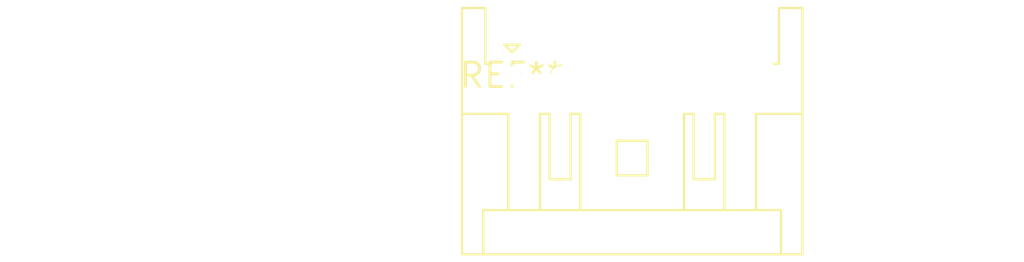
<source format=kicad_pcb>
(kicad_pcb (version 20240108) (generator pcbnew)
  (layers (0 "F.Cu" signal) (31 "B.Cu" signal) (34 "B.Paste" user) (35 "F.Paste" user) (36 "B.SilkS" user "B.Silkscreen") (37 "F.SilkS" user "F.Silkscreen") (38 "B.Mask" user) (39 "F.Mask" user) (44 "Edge.Cuts" user))
  (net 0 "")
  (footprint "JST_XA_S06B-XASK-1N-BN_1x06_P2.50mm_Horizontal" (layer "F.Cu") (at 0 0)
    (property "Reference" "REF**")
    (property "Value" "JST_XA_S06B-XASK-1N-BN_1x06_P2.50mm_Horizontal")
    (fp_line (start -2.61 -3.51) (end -2.61 9.31) (layer "F.SilkS") (stroke (width 0.12)))
    (fp_line (start -2.61 9.31) (end 15.11 9.31) (layer "F.SilkS") (stroke (width 0.12)))
    (fp_line (start -1.5 7.01) (end 14 7.01) (layer "F.SilkS") (stroke (width 0.12)))
    (fp_line (start -1.5 9.31) (end -1.5 7.01) (layer "F.SilkS") (stroke (width 0.12)))
    (fp_line (start -1.39 -3.51) (end -2.61 -3.51) (layer "F.SilkS") (stroke (width 0.12)))
    (fp_line (start -1.39 -0.61) (end -1.39 -3.51) (layer "F.SilkS") (stroke (width 0.12)))
    (fp_line (start -1.11 -0.61) (end -1.39 -0.61) (layer "F.SilkS") (stroke (width 0.12)))
    (fp_line (start -0.4 -1.6) (end 0.4 -1.6) (layer "F.SilkS") (stroke (width 0.12)))
    (fp_line (start -0.2 2) (end -2.61 2) (layer "F.SilkS") (stroke (width 0.12)))
    (fp_line (start -0.2 7.01) (end -0.2 2) (layer "F.SilkS") (stroke (width 0.12)))
    (fp_line (start 0 -1.2) (end -0.4 -1.6) (layer "F.SilkS") (stroke (width 0.12)))
    (fp_line (start 0.4 -1.6) (end 0 -1.2) (layer "F.SilkS") (stroke (width 0.12)))
    (fp_line (start 1.45 2) (end 1.45 7.01) (layer "F.SilkS") (stroke (width 0.12)))
    (fp_line (start 1.95 2) (end 1.45 2) (layer "F.SilkS") (stroke (width 0.12)))
    (fp_line (start 1.95 5.41) (end 1.95 2) (layer "F.SilkS") (stroke (width 0.12)))
    (fp_line (start 3.05 2) (end 3.05 5.41) (layer "F.SilkS") (stroke (width 0.12)))
    (fp_line (start 3.05 5.41) (end 1.95 5.41) (layer "F.SilkS") (stroke (width 0.12)))
    (fp_line (start 3.55 2) (end 3.05 2) (layer "F.SilkS") (stroke (width 0.12)))
    (fp_line (start 3.55 7.01) (end 3.55 2) (layer "F.SilkS") (stroke (width 0.12)))
    (fp_line (start 5.45 3.4) (end 7.05 3.4) (layer "F.SilkS") (stroke (width 0.12)))
    (fp_line (start 5.45 5.2) (end 5.45 3.4) (layer "F.SilkS") (stroke (width 0.12)))
    (fp_line (start 7.05 3.4) (end 7.05 5.2) (layer "F.SilkS") (stroke (width 0.12)))
    (fp_line (start 7.05 5.2) (end 5.45 5.2) (layer "F.SilkS") (stroke (width 0.12)))
    (fp_line (start 8.95 2) (end 9.45 2) (layer "F.SilkS") (stroke (width 0.12)))
    (fp_line (start 8.95 7.01) (end 8.95 2) (layer "F.SilkS") (stroke (width 0.12)))
    (fp_line (start 9.45 2) (end 9.45 5.41) (layer "F.SilkS") (stroke (width 0.12)))
    (fp_line (start 9.45 5.41) (end 10.55 5.41) (layer "F.SilkS") (stroke (width 0.12)))
    (fp_line (start 10.55 2) (end 11.05 2) (layer "F.SilkS") (stroke (width 0.12)))
    (fp_line (start 10.55 5.41) (end 10.55 2) (layer "F.SilkS") (stroke (width 0.12)))
    (fp_line (start 11.05 2) (end 11.05 7.01) (layer "F.SilkS") (stroke (width 0.12)))
    (fp_line (start 12.7 2) (end 15.11 2) (layer "F.SilkS") (stroke (width 0.12)))
    (fp_line (start 12.7 7.01) (end 12.7 2) (layer "F.SilkS") (stroke (width 0.12)))
    (fp_line (start 13.89 -3.51) (end 13.89 -0.61) (layer "F.SilkS") (stroke (width 0.12)))
    (fp_line (start 13.89 -0.61) (end 13.61 -0.61) (layer "F.SilkS") (stroke (width 0.12)))
    (fp_line (start 14 7.01) (end 14 9.31) (layer "F.SilkS") (stroke (width 0.12)))
    (fp_line (start 15.11 -3.51) (end 13.89 -3.51) (layer "F.SilkS") (stroke (width 0.12)))
    (fp_line (start 15.11 9.31) (end 15.11 -3.51) (layer "F.SilkS") (stroke (width 0.12)))
    (pad "1" thru_hole roundrect (at 0 0) (size 1.7 1.95) (drill 0.95) (layers *.Cu *.Mask) (remove_unused_layers) (roundrect_rratio 0.147059))
    (pad "2" thru_hole oval (at 2.5 0) (size 1.7 1.95) (drill 0.95) (layers *.Cu *.Mask) (remove_unused_layers))
    (pad "3" thru_hole oval (at 5 0) (size 1.7 1.95) (drill 0.95) (layers *.Cu *.Mask) (remove_unused_layers))
    (pad "4" thru_hole oval (at 7.5 0) (size 1.7 1.95) (drill 0.95) (layers *.Cu *.Mask) (remove_unused_layers))
    (pad "5" thru_hole oval (at 10 0) (size 1.7 1.95) (drill 0.95) (layers *.Cu *.Mask) (remove_unused_layers))
    (pad "6" thru_hole oval (at 12.5 0) (size 1.7 1.95) (drill 0.95) (layers *.Cu *.Mask) (remove_unused_layers))
  )
)
</source>
